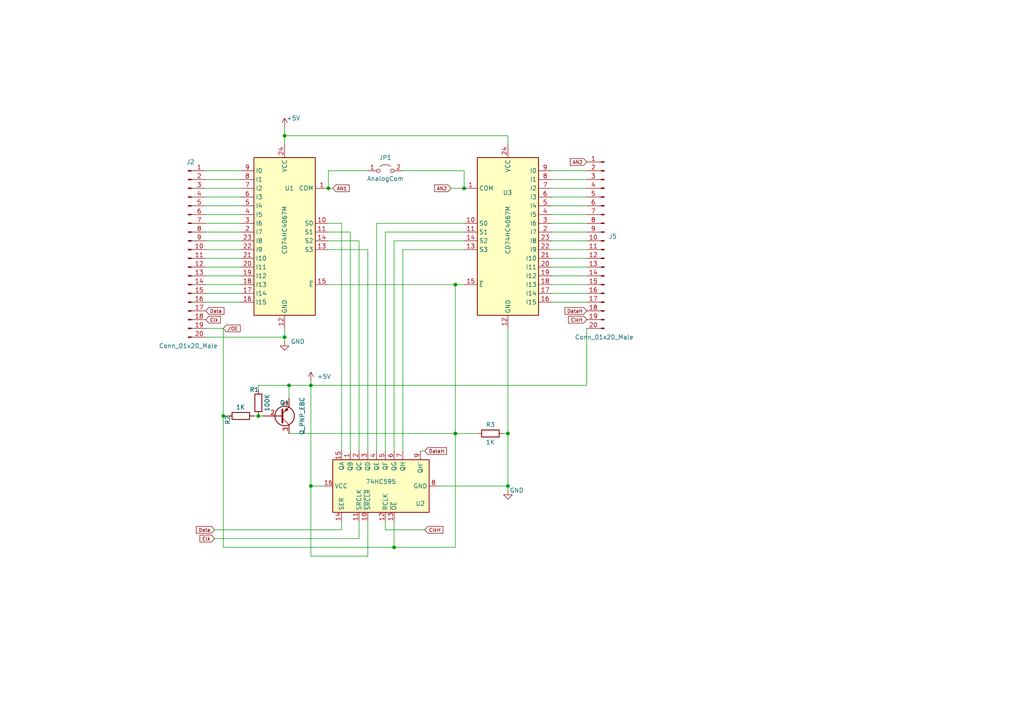
<source format=kicad_sch>
(kicad_sch (version 20211123) (generator eeschema)

  (uuid 2e460d97-12bd-4c76-a312-f8b40188ac58)

  (paper "A4")

  (lib_symbols
    (symbol "74xx:74HC595" (in_bom yes) (on_board yes)
      (property "Reference" "U" (id 0) (at -7.62 13.97 0)
        (effects (font (size 1.27 1.27)))
      )
      (property "Value" "74HC595" (id 1) (at -7.62 -16.51 0)
        (effects (font (size 1.27 1.27)))
      )
      (property "Footprint" "" (id 2) (at 0 0 0)
        (effects (font (size 1.27 1.27)) hide)
      )
      (property "Datasheet" "http://www.ti.com/lit/ds/symlink/sn74hc595.pdf" (id 3) (at 0 0 0)
        (effects (font (size 1.27 1.27)) hide)
      )
      (property "ki_keywords" "HCMOS SR 3State" (id 4) (at 0 0 0)
        (effects (font (size 1.27 1.27)) hide)
      )
      (property "ki_description" "8-bit serial in/out Shift Register 3-State Outputs" (id 5) (at 0 0 0)
        (effects (font (size 1.27 1.27)) hide)
      )
      (property "ki_fp_filters" "DIP*W7.62mm* SOIC*3.9x9.9mm*P1.27mm* TSSOP*4.4x5mm*P0.65mm* SOIC*5.3x10.2mm*P1.27mm* SOIC*7.5x10.3mm*P1.27mm*" (id 6) (at 0 0 0)
        (effects (font (size 1.27 1.27)) hide)
      )
      (symbol "74HC595_1_0"
        (pin tri_state line (at 10.16 7.62 180) (length 2.54)
          (name "QB" (effects (font (size 1.27 1.27))))
          (number "1" (effects (font (size 1.27 1.27))))
        )
        (pin input line (at -10.16 2.54 0) (length 2.54)
          (name "~{SRCLR}" (effects (font (size 1.27 1.27))))
          (number "10" (effects (font (size 1.27 1.27))))
        )
        (pin input line (at -10.16 5.08 0) (length 2.54)
          (name "SRCLK" (effects (font (size 1.27 1.27))))
          (number "11" (effects (font (size 1.27 1.27))))
        )
        (pin input line (at -10.16 -2.54 0) (length 2.54)
          (name "RCLK" (effects (font (size 1.27 1.27))))
          (number "12" (effects (font (size 1.27 1.27))))
        )
        (pin input line (at -10.16 -5.08 0) (length 2.54)
          (name "~{OE}" (effects (font (size 1.27 1.27))))
          (number "13" (effects (font (size 1.27 1.27))))
        )
        (pin input line (at -10.16 10.16 0) (length 2.54)
          (name "SER" (effects (font (size 1.27 1.27))))
          (number "14" (effects (font (size 1.27 1.27))))
        )
        (pin tri_state line (at 10.16 10.16 180) (length 2.54)
          (name "QA" (effects (font (size 1.27 1.27))))
          (number "15" (effects (font (size 1.27 1.27))))
        )
        (pin power_in line (at 0 15.24 270) (length 2.54)
          (name "VCC" (effects (font (size 1.27 1.27))))
          (number "16" (effects (font (size 1.27 1.27))))
        )
        (pin tri_state line (at 10.16 5.08 180) (length 2.54)
          (name "QC" (effects (font (size 1.27 1.27))))
          (number "2" (effects (font (size 1.27 1.27))))
        )
        (pin tri_state line (at 10.16 2.54 180) (length 2.54)
          (name "QD" (effects (font (size 1.27 1.27))))
          (number "3" (effects (font (size 1.27 1.27))))
        )
        (pin tri_state line (at 10.16 0 180) (length 2.54)
          (name "QE" (effects (font (size 1.27 1.27))))
          (number "4" (effects (font (size 1.27 1.27))))
        )
        (pin tri_state line (at 10.16 -2.54 180) (length 2.54)
          (name "QF" (effects (font (size 1.27 1.27))))
          (number "5" (effects (font (size 1.27 1.27))))
        )
        (pin tri_state line (at 10.16 -5.08 180) (length 2.54)
          (name "QG" (effects (font (size 1.27 1.27))))
          (number "6" (effects (font (size 1.27 1.27))))
        )
        (pin tri_state line (at 10.16 -7.62 180) (length 2.54)
          (name "QH" (effects (font (size 1.27 1.27))))
          (number "7" (effects (font (size 1.27 1.27))))
        )
        (pin power_in line (at 0 -17.78 90) (length 2.54)
          (name "GND" (effects (font (size 1.27 1.27))))
          (number "8" (effects (font (size 1.27 1.27))))
        )
        (pin output line (at 10.16 -12.7 180) (length 2.54)
          (name "QH'" (effects (font (size 1.27 1.27))))
          (number "9" (effects (font (size 1.27 1.27))))
        )
      )
      (symbol "74HC595_1_1"
        (rectangle (start -7.62 12.7) (end 7.62 -15.24)
          (stroke (width 0.254) (type default) (color 0 0 0 0))
          (fill (type background))
        )
      )
    )
    (symbol "74xx:CD74HC4067M" (in_bom yes) (on_board yes)
      (property "Reference" "U" (id 0) (at -8.89 22.86 0)
        (effects (font (size 1.27 1.27)) (justify left))
      )
      (property "Value" "CD74HC4067M" (id 1) (at 1.27 22.86 0)
        (effects (font (size 1.27 1.27)) (justify left))
      )
      (property "Footprint" "Package_SO:SOIC-24W_7.5x15.4mm_P1.27mm" (id 2) (at 22.86 -25.4 0)
        (effects (font (size 1.27 1.27) italic) hide)
      )
      (property "Datasheet" "http://www.ti.com/lit/ds/symlink/cd74hc4067.pdf" (id 3) (at -8.89 21.59 0)
        (effects (font (size 1.27 1.27)) hide)
      )
      (property "ki_keywords" "multiplexer demultiplexer mux demux" (id 4) (at 0 0 0)
        (effects (font (size 1.27 1.27)) hide)
      )
      (property "ki_description" "High-Speed CMOS Logic 16-Channel Analog Multiplexer/Demultiplexer, SOIC-24" (id 5) (at 0 0 0)
        (effects (font (size 1.27 1.27)) hide)
      )
      (property "ki_fp_filters" "SOIC*W*7.5x15.4mm*P1.27mm*" (id 6) (at 0 0 0)
        (effects (font (size 1.27 1.27)) hide)
      )
      (symbol "CD74HC4067M_0_1"
        (rectangle (start -8.89 21.59) (end 8.89 -24.13)
          (stroke (width 0.254) (type default) (color 0 0 0 0))
          (fill (type background))
        )
      )
      (symbol "CD74HC4067M_1_1"
        (pin passive line (at -12.7 12.7 0) (length 3.81)
          (name "COM" (effects (font (size 1.27 1.27))))
          (number "1" (effects (font (size 1.27 1.27))))
        )
        (pin input line (at -12.7 2.54 0) (length 3.81)
          (name "S0" (effects (font (size 1.27 1.27))))
          (number "10" (effects (font (size 1.27 1.27))))
        )
        (pin input line (at -12.7 0 0) (length 3.81)
          (name "S1" (effects (font (size 1.27 1.27))))
          (number "11" (effects (font (size 1.27 1.27))))
        )
        (pin power_in line (at 0 -27.94 90) (length 3.81)
          (name "GND" (effects (font (size 1.27 1.27))))
          (number "12" (effects (font (size 1.27 1.27))))
        )
        (pin input line (at -12.7 -5.08 0) (length 3.81)
          (name "S3" (effects (font (size 1.27 1.27))))
          (number "13" (effects (font (size 1.27 1.27))))
        )
        (pin input line (at -12.7 -2.54 0) (length 3.81)
          (name "S2" (effects (font (size 1.27 1.27))))
          (number "14" (effects (font (size 1.27 1.27))))
        )
        (pin input line (at -12.7 -15.24 0) (length 3.81)
          (name "~{E}" (effects (font (size 1.27 1.27))))
          (number "15" (effects (font (size 1.27 1.27))))
        )
        (pin passive line (at 12.7 -20.32 180) (length 3.81)
          (name "I15" (effects (font (size 1.27 1.27))))
          (number "16" (effects (font (size 1.27 1.27))))
        )
        (pin passive line (at 12.7 -17.78 180) (length 3.81)
          (name "I14" (effects (font (size 1.27 1.27))))
          (number "17" (effects (font (size 1.27 1.27))))
        )
        (pin passive line (at 12.7 -15.24 180) (length 3.81)
          (name "I13" (effects (font (size 1.27 1.27))))
          (number "18" (effects (font (size 1.27 1.27))))
        )
        (pin passive line (at 12.7 -12.7 180) (length 3.81)
          (name "I12" (effects (font (size 1.27 1.27))))
          (number "19" (effects (font (size 1.27 1.27))))
        )
        (pin passive line (at 12.7 0 180) (length 3.81)
          (name "I7" (effects (font (size 1.27 1.27))))
          (number "2" (effects (font (size 1.27 1.27))))
        )
        (pin passive line (at 12.7 -10.16 180) (length 3.81)
          (name "I11" (effects (font (size 1.27 1.27))))
          (number "20" (effects (font (size 1.27 1.27))))
        )
        (pin passive line (at 12.7 -7.62 180) (length 3.81)
          (name "I10" (effects (font (size 1.27 1.27))))
          (number "21" (effects (font (size 1.27 1.27))))
        )
        (pin passive line (at 12.7 -5.08 180) (length 3.81)
          (name "I9" (effects (font (size 1.27 1.27))))
          (number "22" (effects (font (size 1.27 1.27))))
        )
        (pin passive line (at 12.7 -2.54 180) (length 3.81)
          (name "I8" (effects (font (size 1.27 1.27))))
          (number "23" (effects (font (size 1.27 1.27))))
        )
        (pin power_in line (at 0 25.4 270) (length 3.81)
          (name "VCC" (effects (font (size 1.27 1.27))))
          (number "24" (effects (font (size 1.27 1.27))))
        )
        (pin passive line (at 12.7 2.54 180) (length 3.81)
          (name "I6" (effects (font (size 1.27 1.27))))
          (number "3" (effects (font (size 1.27 1.27))))
        )
        (pin passive line (at 12.7 5.08 180) (length 3.81)
          (name "I5" (effects (font (size 1.27 1.27))))
          (number "4" (effects (font (size 1.27 1.27))))
        )
        (pin passive line (at 12.7 7.62 180) (length 3.81)
          (name "I4" (effects (font (size 1.27 1.27))))
          (number "5" (effects (font (size 1.27 1.27))))
        )
        (pin passive line (at 12.7 10.16 180) (length 3.81)
          (name "I3" (effects (font (size 1.27 1.27))))
          (number "6" (effects (font (size 1.27 1.27))))
        )
        (pin passive line (at 12.7 12.7 180) (length 3.81)
          (name "I2" (effects (font (size 1.27 1.27))))
          (number "7" (effects (font (size 1.27 1.27))))
        )
        (pin passive line (at 12.7 15.24 180) (length 3.81)
          (name "I1" (effects (font (size 1.27 1.27))))
          (number "8" (effects (font (size 1.27 1.27))))
        )
        (pin passive line (at 12.7 17.78 180) (length 3.81)
          (name "I0" (effects (font (size 1.27 1.27))))
          (number "9" (effects (font (size 1.27 1.27))))
        )
      )
    )
    (symbol "Connector:Conn_01x20_Male" (pin_names (offset 1.016) hide) (in_bom yes) (on_board yes)
      (property "Reference" "J" (id 0) (at 0 25.4 0)
        (effects (font (size 1.27 1.27)))
      )
      (property "Value" "Conn_01x20_Male" (id 1) (at 0 -27.94 0)
        (effects (font (size 1.27 1.27)))
      )
      (property "Footprint" "" (id 2) (at 0 0 0)
        (effects (font (size 1.27 1.27)) hide)
      )
      (property "Datasheet" "~" (id 3) (at 0 0 0)
        (effects (font (size 1.27 1.27)) hide)
      )
      (property "ki_keywords" "connector" (id 4) (at 0 0 0)
        (effects (font (size 1.27 1.27)) hide)
      )
      (property "ki_description" "Generic connector, single row, 01x20, script generated (kicad-library-utils/schlib/autogen/connector/)" (id 5) (at 0 0 0)
        (effects (font (size 1.27 1.27)) hide)
      )
      (property "ki_fp_filters" "Connector*:*_1x??_*" (id 6) (at 0 0 0)
        (effects (font (size 1.27 1.27)) hide)
      )
      (symbol "Conn_01x20_Male_1_1"
        (polyline
          (pts
            (xy 1.27 -25.4)
            (xy 0.8636 -25.4)
          )
          (stroke (width 0.1524) (type default) (color 0 0 0 0))
          (fill (type none))
        )
        (polyline
          (pts
            (xy 1.27 -22.86)
            (xy 0.8636 -22.86)
          )
          (stroke (width 0.1524) (type default) (color 0 0 0 0))
          (fill (type none))
        )
        (polyline
          (pts
            (xy 1.27 -20.32)
            (xy 0.8636 -20.32)
          )
          (stroke (width 0.1524) (type default) (color 0 0 0 0))
          (fill (type none))
        )
        (polyline
          (pts
            (xy 1.27 -17.78)
            (xy 0.8636 -17.78)
          )
          (stroke (width 0.1524) (type default) (color 0 0 0 0))
          (fill (type none))
        )
        (polyline
          (pts
            (xy 1.27 -15.24)
            (xy 0.8636 -15.24)
          )
          (stroke (width 0.1524) (type default) (color 0 0 0 0))
          (fill (type none))
        )
        (polyline
          (pts
            (xy 1.27 -12.7)
            (xy 0.8636 -12.7)
          )
          (stroke (width 0.1524) (type default) (color 0 0 0 0))
          (fill (type none))
        )
        (polyline
          (pts
            (xy 1.27 -10.16)
            (xy 0.8636 -10.16)
          )
          (stroke (width 0.1524) (type default) (color 0 0 0 0))
          (fill (type none))
        )
        (polyline
          (pts
            (xy 1.27 -7.62)
            (xy 0.8636 -7.62)
          )
          (stroke (width 0.1524) (type default) (color 0 0 0 0))
          (fill (type none))
        )
        (polyline
          (pts
            (xy 1.27 -5.08)
            (xy 0.8636 -5.08)
          )
          (stroke (width 0.1524) (type default) (color 0 0 0 0))
          (fill (type none))
        )
        (polyline
          (pts
            (xy 1.27 -2.54)
            (xy 0.8636 -2.54)
          )
          (stroke (width 0.1524) (type default) (color 0 0 0 0))
          (fill (type none))
        )
        (polyline
          (pts
            (xy 1.27 0)
            (xy 0.8636 0)
          )
          (stroke (width 0.1524) (type default) (color 0 0 0 0))
          (fill (type none))
        )
        (polyline
          (pts
            (xy 1.27 2.54)
            (xy 0.8636 2.54)
          )
          (stroke (width 0.1524) (type default) (color 0 0 0 0))
          (fill (type none))
        )
        (polyline
          (pts
            (xy 1.27 5.08)
            (xy 0.8636 5.08)
          )
          (stroke (width 0.1524) (type default) (color 0 0 0 0))
          (fill (type none))
        )
        (polyline
          (pts
            (xy 1.27 7.62)
            (xy 0.8636 7.62)
          )
          (stroke (width 0.1524) (type default) (color 0 0 0 0))
          (fill (type none))
        )
        (polyline
          (pts
            (xy 1.27 10.16)
            (xy 0.8636 10.16)
          )
          (stroke (width 0.1524) (type default) (color 0 0 0 0))
          (fill (type none))
        )
        (polyline
          (pts
            (xy 1.27 12.7)
            (xy 0.8636 12.7)
          )
          (stroke (width 0.1524) (type default) (color 0 0 0 0))
          (fill (type none))
        )
        (polyline
          (pts
            (xy 1.27 15.24)
            (xy 0.8636 15.24)
          )
          (stroke (width 0.1524) (type default) (color 0 0 0 0))
          (fill (type none))
        )
        (polyline
          (pts
            (xy 1.27 17.78)
            (xy 0.8636 17.78)
          )
          (stroke (width 0.1524) (type default) (color 0 0 0 0))
          (fill (type none))
        )
        (polyline
          (pts
            (xy 1.27 20.32)
            (xy 0.8636 20.32)
          )
          (stroke (width 0.1524) (type default) (color 0 0 0 0))
          (fill (type none))
        )
        (polyline
          (pts
            (xy 1.27 22.86)
            (xy 0.8636 22.86)
          )
          (stroke (width 0.1524) (type default) (color 0 0 0 0))
          (fill (type none))
        )
        (rectangle (start 0.8636 -25.273) (end 0 -25.527)
          (stroke (width 0.1524) (type default) (color 0 0 0 0))
          (fill (type outline))
        )
        (rectangle (start 0.8636 -22.733) (end 0 -22.987)
          (stroke (width 0.1524) (type default) (color 0 0 0 0))
          (fill (type outline))
        )
        (rectangle (start 0.8636 -20.193) (end 0 -20.447)
          (stroke (width 0.1524) (type default) (color 0 0 0 0))
          (fill (type outline))
        )
        (rectangle (start 0.8636 -17.653) (end 0 -17.907)
          (stroke (width 0.1524) (type default) (color 0 0 0 0))
          (fill (type outline))
        )
        (rectangle (start 0.8636 -15.113) (end 0 -15.367)
          (stroke (width 0.1524) (type default) (color 0 0 0 0))
          (fill (type outline))
        )
        (rectangle (start 0.8636 -12.573) (end 0 -12.827)
          (stroke (width 0.1524) (type default) (color 0 0 0 0))
          (fill (type outline))
        )
        (rectangle (start 0.8636 -10.033) (end 0 -10.287)
          (stroke (width 0.1524) (type default) (color 0 0 0 0))
          (fill (type outline))
        )
        (rectangle (start 0.8636 -7.493) (end 0 -7.747)
          (stroke (width 0.1524) (type default) (color 0 0 0 0))
          (fill (type outline))
        )
        (rectangle (start 0.8636 -4.953) (end 0 -5.207)
          (stroke (width 0.1524) (type default) (color 0 0 0 0))
          (fill (type outline))
        )
        (rectangle (start 0.8636 -2.413) (end 0 -2.667)
          (stroke (width 0.1524) (type default) (color 0 0 0 0))
          (fill (type outline))
        )
        (rectangle (start 0.8636 0.127) (end 0 -0.127)
          (stroke (width 0.1524) (type default) (color 0 0 0 0))
          (fill (type outline))
        )
        (rectangle (start 0.8636 2.667) (end 0 2.413)
          (stroke (width 0.1524) (type default) (color 0 0 0 0))
          (fill (type outline))
        )
        (rectangle (start 0.8636 5.207) (end 0 4.953)
          (stroke (width 0.1524) (type default) (color 0 0 0 0))
          (fill (type outline))
        )
        (rectangle (start 0.8636 7.747) (end 0 7.493)
          (stroke (width 0.1524) (type default) (color 0 0 0 0))
          (fill (type outline))
        )
        (rectangle (start 0.8636 10.287) (end 0 10.033)
          (stroke (width 0.1524) (type default) (color 0 0 0 0))
          (fill (type outline))
        )
        (rectangle (start 0.8636 12.827) (end 0 12.573)
          (stroke (width 0.1524) (type default) (color 0 0 0 0))
          (fill (type outline))
        )
        (rectangle (start 0.8636 15.367) (end 0 15.113)
          (stroke (width 0.1524) (type default) (color 0 0 0 0))
          (fill (type outline))
        )
        (rectangle (start 0.8636 17.907) (end 0 17.653)
          (stroke (width 0.1524) (type default) (color 0 0 0 0))
          (fill (type outline))
        )
        (rectangle (start 0.8636 20.447) (end 0 20.193)
          (stroke (width 0.1524) (type default) (color 0 0 0 0))
          (fill (type outline))
        )
        (rectangle (start 0.8636 22.987) (end 0 22.733)
          (stroke (width 0.1524) (type default) (color 0 0 0 0))
          (fill (type outline))
        )
        (pin passive line (at 5.08 22.86 180) (length 3.81)
          (name "Pin_1" (effects (font (size 1.27 1.27))))
          (number "1" (effects (font (size 1.27 1.27))))
        )
        (pin passive line (at 5.08 0 180) (length 3.81)
          (name "Pin_10" (effects (font (size 1.27 1.27))))
          (number "10" (effects (font (size 1.27 1.27))))
        )
        (pin passive line (at 5.08 -2.54 180) (length 3.81)
          (name "Pin_11" (effects (font (size 1.27 1.27))))
          (number "11" (effects (font (size 1.27 1.27))))
        )
        (pin passive line (at 5.08 -5.08 180) (length 3.81)
          (name "Pin_12" (effects (font (size 1.27 1.27))))
          (number "12" (effects (font (size 1.27 1.27))))
        )
        (pin passive line (at 5.08 -7.62 180) (length 3.81)
          (name "Pin_13" (effects (font (size 1.27 1.27))))
          (number "13" (effects (font (size 1.27 1.27))))
        )
        (pin passive line (at 5.08 -10.16 180) (length 3.81)
          (name "Pin_14" (effects (font (size 1.27 1.27))))
          (number "14" (effects (font (size 1.27 1.27))))
        )
        (pin passive line (at 5.08 -12.7 180) (length 3.81)
          (name "Pin_15" (effects (font (size 1.27 1.27))))
          (number "15" (effects (font (size 1.27 1.27))))
        )
        (pin passive line (at 5.08 -15.24 180) (length 3.81)
          (name "Pin_16" (effects (font (size 1.27 1.27))))
          (number "16" (effects (font (size 1.27 1.27))))
        )
        (pin passive line (at 5.08 -17.78 180) (length 3.81)
          (name "Pin_17" (effects (font (size 1.27 1.27))))
          (number "17" (effects (font (size 1.27 1.27))))
        )
        (pin passive line (at 5.08 -20.32 180) (length 3.81)
          (name "Pin_18" (effects (font (size 1.27 1.27))))
          (number "18" (effects (font (size 1.27 1.27))))
        )
        (pin passive line (at 5.08 -22.86 180) (length 3.81)
          (name "Pin_19" (effects (font (size 1.27 1.27))))
          (number "19" (effects (font (size 1.27 1.27))))
        )
        (pin passive line (at 5.08 20.32 180) (length 3.81)
          (name "Pin_2" (effects (font (size 1.27 1.27))))
          (number "2" (effects (font (size 1.27 1.27))))
        )
        (pin passive line (at 5.08 -25.4 180) (length 3.81)
          (name "Pin_20" (effects (font (size 1.27 1.27))))
          (number "20" (effects (font (size 1.27 1.27))))
        )
        (pin passive line (at 5.08 17.78 180) (length 3.81)
          (name "Pin_3" (effects (font (size 1.27 1.27))))
          (number "3" (effects (font (size 1.27 1.27))))
        )
        (pin passive line (at 5.08 15.24 180) (length 3.81)
          (name "Pin_4" (effects (font (size 1.27 1.27))))
          (number "4" (effects (font (size 1.27 1.27))))
        )
        (pin passive line (at 5.08 12.7 180) (length 3.81)
          (name "Pin_5" (effects (font (size 1.27 1.27))))
          (number "5" (effects (font (size 1.27 1.27))))
        )
        (pin passive line (at 5.08 10.16 180) (length 3.81)
          (name "Pin_6" (effects (font (size 1.27 1.27))))
          (number "6" (effects (font (size 1.27 1.27))))
        )
        (pin passive line (at 5.08 7.62 180) (length 3.81)
          (name "Pin_7" (effects (font (size 1.27 1.27))))
          (number "7" (effects (font (size 1.27 1.27))))
        )
        (pin passive line (at 5.08 5.08 180) (length 3.81)
          (name "Pin_8" (effects (font (size 1.27 1.27))))
          (number "8" (effects (font (size 1.27 1.27))))
        )
        (pin passive line (at 5.08 2.54 180) (length 3.81)
          (name "Pin_9" (effects (font (size 1.27 1.27))))
          (number "9" (effects (font (size 1.27 1.27))))
        )
      )
    )
    (symbol "Device:Q_PNP_EBC" (pin_names (offset 0) hide) (in_bom yes) (on_board yes)
      (property "Reference" "Q" (id 0) (at 5.08 1.27 0)
        (effects (font (size 1.27 1.27)) (justify left))
      )
      (property "Value" "Q_PNP_EBC" (id 1) (at 5.08 -1.27 0)
        (effects (font (size 1.27 1.27)) (justify left))
      )
      (property "Footprint" "" (id 2) (at 5.08 2.54 0)
        (effects (font (size 1.27 1.27)) hide)
      )
      (property "Datasheet" "~" (id 3) (at 0 0 0)
        (effects (font (size 1.27 1.27)) hide)
      )
      (property "ki_keywords" "transistor PNP" (id 4) (at 0 0 0)
        (effects (font (size 1.27 1.27)) hide)
      )
      (property "ki_description" "PNP transistor, emitter/base/collector" (id 5) (at 0 0 0)
        (effects (font (size 1.27 1.27)) hide)
      )
      (symbol "Q_PNP_EBC_0_1"
        (polyline
          (pts
            (xy 0.635 0.635)
            (xy 2.54 2.54)
          )
          (stroke (width 0) (type default) (color 0 0 0 0))
          (fill (type none))
        )
        (polyline
          (pts
            (xy 0.635 -0.635)
            (xy 2.54 -2.54)
            (xy 2.54 -2.54)
          )
          (stroke (width 0) (type default) (color 0 0 0 0))
          (fill (type none))
        )
        (polyline
          (pts
            (xy 0.635 1.905)
            (xy 0.635 -1.905)
            (xy 0.635 -1.905)
          )
          (stroke (width 0.508) (type default) (color 0 0 0 0))
          (fill (type none))
        )
        (polyline
          (pts
            (xy 2.286 -1.778)
            (xy 1.778 -2.286)
            (xy 1.27 -1.27)
            (xy 2.286 -1.778)
            (xy 2.286 -1.778)
          )
          (stroke (width 0) (type default) (color 0 0 0 0))
          (fill (type outline))
        )
        (circle (center 1.27 0) (radius 2.8194)
          (stroke (width 0.254) (type default) (color 0 0 0 0))
          (fill (type none))
        )
      )
      (symbol "Q_PNP_EBC_1_1"
        (pin passive line (at 2.54 -5.08 90) (length 2.54)
          (name "E" (effects (font (size 1.27 1.27))))
          (number "1" (effects (font (size 1.27 1.27))))
        )
        (pin input line (at -5.08 0 0) (length 5.715)
          (name "B" (effects (font (size 1.27 1.27))))
          (number "2" (effects (font (size 1.27 1.27))))
        )
        (pin passive line (at 2.54 5.08 270) (length 2.54)
          (name "C" (effects (font (size 1.27 1.27))))
          (number "3" (effects (font (size 1.27 1.27))))
        )
      )
    )
    (symbol "Device:R" (pin_numbers hide) (pin_names (offset 0)) (in_bom yes) (on_board yes)
      (property "Reference" "R" (id 0) (at 2.032 0 90)
        (effects (font (size 1.27 1.27)))
      )
      (property "Value" "R" (id 1) (at 0 0 90)
        (effects (font (size 1.27 1.27)))
      )
      (property "Footprint" "" (id 2) (at -1.778 0 90)
        (effects (font (size 1.27 1.27)) hide)
      )
      (property "Datasheet" "~" (id 3) (at 0 0 0)
        (effects (font (size 1.27 1.27)) hide)
      )
      (property "ki_keywords" "R res resistor" (id 4) (at 0 0 0)
        (effects (font (size 1.27 1.27)) hide)
      )
      (property "ki_description" "Resistor" (id 5) (at 0 0 0)
        (effects (font (size 1.27 1.27)) hide)
      )
      (property "ki_fp_filters" "R_*" (id 6) (at 0 0 0)
        (effects (font (size 1.27 1.27)) hide)
      )
      (symbol "R_0_1"
        (rectangle (start -1.016 -2.54) (end 1.016 2.54)
          (stroke (width 0.254) (type default) (color 0 0 0 0))
          (fill (type none))
        )
      )
      (symbol "R_1_1"
        (pin passive line (at 0 3.81 270) (length 1.27)
          (name "~" (effects (font (size 1.27 1.27))))
          (number "1" (effects (font (size 1.27 1.27))))
        )
        (pin passive line (at 0 -3.81 90) (length 1.27)
          (name "~" (effects (font (size 1.27 1.27))))
          (number "2" (effects (font (size 1.27 1.27))))
        )
      )
    )
    (symbol "Jumper:Jumper_2_Open" (pin_names (offset 0) hide) (in_bom yes) (on_board yes)
      (property "Reference" "JP" (id 0) (at 0 2.794 0)
        (effects (font (size 1.27 1.27)))
      )
      (property "Value" "Jumper_2_Open" (id 1) (at 0 -2.286 0)
        (effects (font (size 1.27 1.27)))
      )
      (property "Footprint" "" (id 2) (at 0 0 0)
        (effects (font (size 1.27 1.27)) hide)
      )
      (property "Datasheet" "~" (id 3) (at 0 0 0)
        (effects (font (size 1.27 1.27)) hide)
      )
      (property "ki_keywords" "Jumper SPST" (id 4) (at 0 0 0)
        (effects (font (size 1.27 1.27)) hide)
      )
      (property "ki_description" "Jumper, 2-pole, open" (id 5) (at 0 0 0)
        (effects (font (size 1.27 1.27)) hide)
      )
      (property "ki_fp_filters" "Jumper* TestPoint*2Pads* TestPoint*Bridge*" (id 6) (at 0 0 0)
        (effects (font (size 1.27 1.27)) hide)
      )
      (symbol "Jumper_2_Open_0_0"
        (circle (center -2.032 0) (radius 0.508)
          (stroke (width 0) (type default) (color 0 0 0 0))
          (fill (type none))
        )
        (circle (center 2.032 0) (radius 0.508)
          (stroke (width 0) (type default) (color 0 0 0 0))
          (fill (type none))
        )
      )
      (symbol "Jumper_2_Open_0_1"
        (arc (start 1.524 1.27) (mid 0 1.778) (end -1.524 1.27)
          (stroke (width 0) (type default) (color 0 0 0 0))
          (fill (type none))
        )
      )
      (symbol "Jumper_2_Open_1_1"
        (pin passive line (at -5.08 0 0) (length 2.54)
          (name "A" (effects (font (size 1.27 1.27))))
          (number "1" (effects (font (size 1.27 1.27))))
        )
        (pin passive line (at 5.08 0 180) (length 2.54)
          (name "B" (effects (font (size 1.27 1.27))))
          (number "2" (effects (font (size 1.27 1.27))))
        )
      )
    )
    (symbol "power:+5V" (power) (pin_names (offset 0)) (in_bom yes) (on_board yes)
      (property "Reference" "#PWR" (id 0) (at 0 -3.81 0)
        (effects (font (size 1.27 1.27)) hide)
      )
      (property "Value" "+5V" (id 1) (at 0 3.556 0)
        (effects (font (size 1.27 1.27)))
      )
      (property "Footprint" "" (id 2) (at 0 0 0)
        (effects (font (size 1.27 1.27)) hide)
      )
      (property "Datasheet" "" (id 3) (at 0 0 0)
        (effects (font (size 1.27 1.27)) hide)
      )
      (property "ki_keywords" "global power" (id 4) (at 0 0 0)
        (effects (font (size 1.27 1.27)) hide)
      )
      (property "ki_description" "Power symbol creates a global label with name \"+5V\"" (id 5) (at 0 0 0)
        (effects (font (size 1.27 1.27)) hide)
      )
      (symbol "+5V_0_1"
        (polyline
          (pts
            (xy -0.762 1.27)
            (xy 0 2.54)
          )
          (stroke (width 0) (type default) (color 0 0 0 0))
          (fill (type none))
        )
        (polyline
          (pts
            (xy 0 0)
            (xy 0 2.54)
          )
          (stroke (width 0) (type default) (color 0 0 0 0))
          (fill (type none))
        )
        (polyline
          (pts
            (xy 0 2.54)
            (xy 0.762 1.27)
          )
          (stroke (width 0) (type default) (color 0 0 0 0))
          (fill (type none))
        )
      )
      (symbol "+5V_1_1"
        (pin power_in line (at 0 0 90) (length 0) hide
          (name "+5V" (effects (font (size 1.27 1.27))))
          (number "1" (effects (font (size 1.27 1.27))))
        )
      )
    )
    (symbol "power:GND" (power) (pin_names (offset 0)) (in_bom yes) (on_board yes)
      (property "Reference" "#PWR" (id 0) (at 0 -6.35 0)
        (effects (font (size 1.27 1.27)) hide)
      )
      (property "Value" "GND" (id 1) (at 0 -3.81 0)
        (effects (font (size 1.27 1.27)))
      )
      (property "Footprint" "" (id 2) (at 0 0 0)
        (effects (font (size 1.27 1.27)) hide)
      )
      (property "Datasheet" "" (id 3) (at 0 0 0)
        (effects (font (size 1.27 1.27)) hide)
      )
      (property "ki_keywords" "global power" (id 4) (at 0 0 0)
        (effects (font (size 1.27 1.27)) hide)
      )
      (property "ki_description" "Power symbol creates a global label with name \"GND\" , ground" (id 5) (at 0 0 0)
        (effects (font (size 1.27 1.27)) hide)
      )
      (symbol "GND_0_1"
        (polyline
          (pts
            (xy 0 0)
            (xy 0 -1.27)
            (xy 1.27 -1.27)
            (xy 0 -2.54)
            (xy -1.27 -1.27)
            (xy 0 -1.27)
          )
          (stroke (width 0) (type default) (color 0 0 0 0))
          (fill (type none))
        )
      )
      (symbol "GND_1_1"
        (pin power_in line (at 0 0 270) (length 0) hide
          (name "GND" (effects (font (size 1.27 1.27))))
          (number "1" (effects (font (size 1.27 1.27))))
        )
      )
    )
  )

  (junction (at 82.55 97.79) (diameter 0) (color 0 0 0 0)
    (uuid 07a80c31-6924-4722-af8f-9223a3f4c3c5)
  )
  (junction (at 132.08 82.55) (diameter 0) (color 0 0 0 0)
    (uuid 20bd385c-96e2-458b-a5c2-0586463ef9fa)
  )
  (junction (at 90.17 140.97) (diameter 0) (color 0 0 0 0)
    (uuid 34ae33b0-6f56-4321-ad1f-e7a4c9fa51cf)
  )
  (junction (at 147.32 140.97) (diameter 0) (color 0 0 0 0)
    (uuid 4a3cdb5c-656c-4ce3-9e03-9dc1f53bd7e7)
  )
  (junction (at 132.08 125.73) (diameter 0) (color 0 0 0 0)
    (uuid 4f08c649-3f04-45c0-9af3-b3befc5e904e)
  )
  (junction (at 134.62 54.61) (diameter 0) (color 0 0 0 0)
    (uuid 52558e36-898f-41a9-b163-af462eb1fb37)
  )
  (junction (at 114.3 158.75) (diameter 0) (color 0 0 0 0)
    (uuid 5bff3205-b6b8-4243-8b58-274dfbe359d3)
  )
  (junction (at 82.55 39.37) (diameter 0) (color 0 0 0 0)
    (uuid 5da61dcb-8621-44ed-bac8-032c8d9c7efc)
  )
  (junction (at 83.82 111.76) (diameter 0) (color 0 0 0 0)
    (uuid 73e774b7-ab13-4bd3-8630-5d93f7e2afe0)
  )
  (junction (at 90.17 111.76) (diameter 0) (color 0 0 0 0)
    (uuid 8df45814-f0bc-4541-83d1-6c4989177719)
  )
  (junction (at 95.25 54.61) (diameter 0) (color 0 0 0 0)
    (uuid a5020fe0-fb55-4f69-880e-dd61e26d68f3)
  )
  (junction (at 74.93 120.65) (diameter 0) (color 0 0 0 0)
    (uuid af8648cc-2a7c-4ee9-82c7-d2aedd5f7b49)
  )
  (junction (at 64.77 120.65) (diameter 0) (color 0 0 0 0)
    (uuid cd59055a-5ee1-4743-b947-a04401b5a319)
  )
  (junction (at 147.32 125.73) (diameter 0) (color 0 0 0 0)
    (uuid cf8c39dc-397a-4de1-b565-3c4ac9f5e82f)
  )

  (wire (pts (xy 170.18 72.39) (xy 160.02 72.39))
    (stroke (width 0) (type default) (color 0 0 0 0))
    (uuid 0279784c-1bb8-41cd-9975-87f698b652ec)
  )
  (wire (pts (xy 170.18 54.61) (xy 160.02 54.61))
    (stroke (width 0) (type default) (color 0 0 0 0))
    (uuid 050a82d9-09f5-46f3-bae6-81900f477bd3)
  )
  (wire (pts (xy 134.62 49.53) (xy 116.84 49.53))
    (stroke (width 0) (type default) (color 0 0 0 0))
    (uuid 0972d1c4-a320-42bc-94e2-dcff32b2da89)
  )
  (wire (pts (xy 111.76 130.81) (xy 111.76 67.31))
    (stroke (width 0) (type default) (color 0 0 0 0))
    (uuid 0a981927-33bb-46b3-abfc-9aaec5438ab7)
  )
  (wire (pts (xy 170.18 62.23) (xy 160.02 62.23))
    (stroke (width 0) (type default) (color 0 0 0 0))
    (uuid 0ab5925f-f93f-43df-9a76-a00c77358e35)
  )
  (wire (pts (xy 170.18 49.53) (xy 160.02 49.53))
    (stroke (width 0) (type default) (color 0 0 0 0))
    (uuid 0d9c352d-a52d-4063-a29f-bbf4ce9de9ed)
  )
  (wire (pts (xy 59.69 97.79) (xy 82.55 97.79))
    (stroke (width 0) (type default) (color 0 0 0 0))
    (uuid 0f4ae9ed-cf1a-4459-8361-4eb1a7e2a4fe)
  )
  (wire (pts (xy 106.68 151.13) (xy 106.68 161.29))
    (stroke (width 0) (type default) (color 0 0 0 0))
    (uuid 0f72daba-f32d-44f3-bd1f-d5eb05851a9a)
  )
  (wire (pts (xy 59.69 87.63) (xy 69.85 87.63))
    (stroke (width 0) (type default) (color 0 0 0 0))
    (uuid 1185f40b-515f-4006-8288-583e6483cd98)
  )
  (wire (pts (xy 147.32 140.97) (xy 147.32 142.24))
    (stroke (width 0) (type default) (color 0 0 0 0))
    (uuid 1274c33e-1ab9-49e6-8113-3b68aeee6179)
  )
  (wire (pts (xy 64.77 120.65) (xy 64.77 158.75))
    (stroke (width 0) (type default) (color 0 0 0 0))
    (uuid 19f621d5-b361-41e2-8222-7310624887cd)
  )
  (wire (pts (xy 59.69 62.23) (xy 69.85 62.23))
    (stroke (width 0) (type default) (color 0 0 0 0))
    (uuid 1b423a11-bfb2-4472-b29a-f73381a03808)
  )
  (wire (pts (xy 59.69 49.53) (xy 69.85 49.53))
    (stroke (width 0) (type default) (color 0 0 0 0))
    (uuid 24f06e95-8720-4eb9-88b5-b62237256789)
  )
  (wire (pts (xy 95.25 72.39) (xy 106.68 72.39))
    (stroke (width 0) (type default) (color 0 0 0 0))
    (uuid 251a4b91-f2d2-42cb-acb4-69e8c7af5932)
  )
  (wire (pts (xy 134.62 64.77) (xy 109.22 64.77))
    (stroke (width 0) (type default) (color 0 0 0 0))
    (uuid 25fcf14c-1710-4f73-a2a5-2f18a0f2c527)
  )
  (wire (pts (xy 111.76 67.31) (xy 134.62 67.31))
    (stroke (width 0) (type default) (color 0 0 0 0))
    (uuid 2bf80020-3db2-4d28-bcdd-a1cf4d2c8ce3)
  )
  (wire (pts (xy 90.17 111.76) (xy 90.17 140.97))
    (stroke (width 0) (type default) (color 0 0 0 0))
    (uuid 2c1cf59b-9a03-4617-b435-cd52b0c71944)
  )
  (wire (pts (xy 90.17 140.97) (xy 90.17 161.29))
    (stroke (width 0) (type default) (color 0 0 0 0))
    (uuid 2ea4f407-e553-4cdb-9a22-14fae57838e8)
  )
  (wire (pts (xy 95.25 49.53) (xy 106.68 49.53))
    (stroke (width 0) (type default) (color 0 0 0 0))
    (uuid 312d8cf4-f98e-422c-a051-c685ae771532)
  )
  (wire (pts (xy 170.18 59.69) (xy 160.02 59.69))
    (stroke (width 0) (type default) (color 0 0 0 0))
    (uuid 361916ef-d801-4413-8f3d-e0a77e0e881c)
  )
  (wire (pts (xy 82.55 36.83) (xy 82.55 39.37))
    (stroke (width 0) (type default) (color 0 0 0 0))
    (uuid 38538212-c0fc-4e94-b448-76d293f8c9c3)
  )
  (wire (pts (xy 59.69 59.69) (xy 69.85 59.69))
    (stroke (width 0) (type default) (color 0 0 0 0))
    (uuid 39711e52-ceb1-4461-9f80-633d84a81d98)
  )
  (wire (pts (xy 66.04 120.65) (xy 64.77 120.65))
    (stroke (width 0) (type default) (color 0 0 0 0))
    (uuid 39d46322-3f43-4c9a-923e-16532aa6828b)
  )
  (wire (pts (xy 132.08 125.73) (xy 138.43 125.73))
    (stroke (width 0) (type default) (color 0 0 0 0))
    (uuid 3cbb11df-5f52-401d-9f04-3f1427fa54a5)
  )
  (wire (pts (xy 83.82 125.73) (xy 132.08 125.73))
    (stroke (width 0) (type default) (color 0 0 0 0))
    (uuid 400de44e-35df-4f93-ab35-f318526ebf39)
  )
  (wire (pts (xy 95.25 54.61) (xy 96.52 54.61))
    (stroke (width 0) (type default) (color 0 0 0 0))
    (uuid 41bb3a5f-1f16-48cd-b605-22cdebae6f5e)
  )
  (wire (pts (xy 170.18 87.63) (xy 160.02 87.63))
    (stroke (width 0) (type default) (color 0 0 0 0))
    (uuid 435e275c-88e4-41d1-8fd2-4cb19dfbdbcc)
  )
  (wire (pts (xy 147.32 39.37) (xy 147.32 41.91))
    (stroke (width 0) (type default) (color 0 0 0 0))
    (uuid 4696740e-52a9-430f-9961-6f4bf29d1d5c)
  )
  (wire (pts (xy 74.93 120.65) (xy 76.2 120.65))
    (stroke (width 0) (type default) (color 0 0 0 0))
    (uuid 4aff3b58-d78b-4e61-8302-8877e7269334)
  )
  (wire (pts (xy 170.18 52.07) (xy 160.02 52.07))
    (stroke (width 0) (type default) (color 0 0 0 0))
    (uuid 4bf44cc7-a610-4d4b-ae59-7fe4de08f8c5)
  )
  (wire (pts (xy 147.32 140.97) (xy 147.32 125.73))
    (stroke (width 0) (type default) (color 0 0 0 0))
    (uuid 512b0c42-626f-4947-8a36-ed67b84e2f64)
  )
  (wire (pts (xy 59.69 57.15) (xy 69.85 57.15))
    (stroke (width 0) (type default) (color 0 0 0 0))
    (uuid 5648601a-ad0d-4a0a-bde6-9f8a8e598de0)
  )
  (wire (pts (xy 59.69 85.09) (xy 69.85 85.09))
    (stroke (width 0) (type default) (color 0 0 0 0))
    (uuid 57f76a71-8640-4277-9f1b-5caa648e7e52)
  )
  (wire (pts (xy 104.14 156.21) (xy 104.14 151.13))
    (stroke (width 0) (type default) (color 0 0 0 0))
    (uuid 59f5e35c-55b0-4f97-87e6-d38ffdfdc0a4)
  )
  (wire (pts (xy 82.55 39.37) (xy 147.32 39.37))
    (stroke (width 0) (type default) (color 0 0 0 0))
    (uuid 59fb44a7-ee09-4c45-8c44-030215b0ee09)
  )
  (wire (pts (xy 114.3 69.85) (xy 134.62 69.85))
    (stroke (width 0) (type default) (color 0 0 0 0))
    (uuid 5a41c69d-4bcb-4a87-93a2-7d39afc1a7ad)
  )
  (wire (pts (xy 170.18 57.15) (xy 160.02 57.15))
    (stroke (width 0) (type default) (color 0 0 0 0))
    (uuid 5c2453ef-0944-4844-acdf-34d399da0971)
  )
  (wire (pts (xy 62.23 153.67) (xy 99.06 153.67))
    (stroke (width 0) (type default) (color 0 0 0 0))
    (uuid 5dfd968d-122c-4360-93bb-f94bf4e6a85f)
  )
  (wire (pts (xy 104.14 69.85) (xy 104.14 130.81))
    (stroke (width 0) (type default) (color 0 0 0 0))
    (uuid 608de768-5e97-4a5d-839b-212ca2ab4def)
  )
  (wire (pts (xy 90.17 111.76) (xy 83.82 111.76))
    (stroke (width 0) (type default) (color 0 0 0 0))
    (uuid 61538d32-cc7d-4a20-982a-2cf5bfaefa7c)
  )
  (wire (pts (xy 59.69 54.61) (xy 69.85 54.61))
    (stroke (width 0) (type default) (color 0 0 0 0))
    (uuid 65e153b1-afc8-4da8-909d-a6f5575059e4)
  )
  (wire (pts (xy 114.3 130.81) (xy 114.3 69.85))
    (stroke (width 0) (type default) (color 0 0 0 0))
    (uuid 665fe50b-3602-4768-99b2-20f830fd77a2)
  )
  (wire (pts (xy 64.77 95.25) (xy 64.77 120.65))
    (stroke (width 0) (type default) (color 0 0 0 0))
    (uuid 68ad2b02-ca4d-48b9-976c-fde616e99bf7)
  )
  (wire (pts (xy 90.17 140.97) (xy 93.98 140.97))
    (stroke (width 0) (type default) (color 0 0 0 0))
    (uuid 6de6326b-e77f-4807-b148-1adb49a3204b)
  )
  (wire (pts (xy 114.3 151.13) (xy 114.3 158.75))
    (stroke (width 0) (type default) (color 0 0 0 0))
    (uuid 755c1b6a-4a60-4316-b75f-36417333cf4a)
  )
  (wire (pts (xy 90.17 110.49) (xy 90.17 111.76))
    (stroke (width 0) (type default) (color 0 0 0 0))
    (uuid 797be2e5-b49e-4c9b-bc35-368e5004ea14)
  )
  (wire (pts (xy 116.84 72.39) (xy 134.62 72.39))
    (stroke (width 0) (type default) (color 0 0 0 0))
    (uuid 7b82f53a-e7fe-40c8-998f-4a513601e258)
  )
  (wire (pts (xy 74.93 111.76) (xy 83.82 111.76))
    (stroke (width 0) (type default) (color 0 0 0 0))
    (uuid 7c5a5089-830a-44a3-871e-01a74ecc1941)
  )
  (wire (pts (xy 111.76 151.13) (xy 111.76 153.67))
    (stroke (width 0) (type default) (color 0 0 0 0))
    (uuid 7cbc23ce-620f-4483-858b-5fbf8dfd7dbb)
  )
  (wire (pts (xy 59.69 52.07) (xy 69.85 52.07))
    (stroke (width 0) (type default) (color 0 0 0 0))
    (uuid 8284216e-f7dc-4a60-a3b1-314042391a11)
  )
  (wire (pts (xy 59.69 74.93) (xy 69.85 74.93))
    (stroke (width 0) (type default) (color 0 0 0 0))
    (uuid 85fc00d1-abef-4e12-9ff1-40ada4b6c93e)
  )
  (wire (pts (xy 170.18 82.55) (xy 160.02 82.55))
    (stroke (width 0) (type default) (color 0 0 0 0))
    (uuid 8836939f-a6fb-4d66-8f1e-068c95441699)
  )
  (wire (pts (xy 64.77 158.75) (xy 114.3 158.75))
    (stroke (width 0) (type default) (color 0 0 0 0))
    (uuid 8958bbbd-b6f2-4813-b3cf-9b0d0449e730)
  )
  (wire (pts (xy 114.3 158.75) (xy 132.08 158.75))
    (stroke (width 0) (type default) (color 0 0 0 0))
    (uuid 8a1ae2ce-cd0d-4bd2-9e57-e788c04d419d)
  )
  (wire (pts (xy 95.25 64.77) (xy 99.06 64.77))
    (stroke (width 0) (type default) (color 0 0 0 0))
    (uuid 9539eb40-11fb-41a0-8180-6d7034d75245)
  )
  (wire (pts (xy 82.55 97.79) (xy 82.55 95.25))
    (stroke (width 0) (type default) (color 0 0 0 0))
    (uuid 962f17e2-5756-47e0-91d4-c65a707fdf75)
  )
  (wire (pts (xy 62.23 156.21) (xy 104.14 156.21))
    (stroke (width 0) (type default) (color 0 0 0 0))
    (uuid a052d910-5eb2-4fc7-aff5-6728d196ece3)
  )
  (wire (pts (xy 59.69 82.55) (xy 69.85 82.55))
    (stroke (width 0) (type default) (color 0 0 0 0))
    (uuid a1144621-0c75-4620-a0dc-a005d8194030)
  )
  (wire (pts (xy 59.69 77.47) (xy 69.85 77.47))
    (stroke (width 0) (type default) (color 0 0 0 0))
    (uuid a1b0f7ec-62d9-4a34-a7d5-3870f66cf32d)
  )
  (wire (pts (xy 59.69 72.39) (xy 69.85 72.39))
    (stroke (width 0) (type default) (color 0 0 0 0))
    (uuid a1b65a3a-3e0d-4930-a109-bb3994c77d3b)
  )
  (wire (pts (xy 59.69 69.85) (xy 69.85 69.85))
    (stroke (width 0) (type default) (color 0 0 0 0))
    (uuid a25f975f-529b-4b79-acf9-1068fe22a96e)
  )
  (wire (pts (xy 95.25 82.55) (xy 132.08 82.55))
    (stroke (width 0) (type default) (color 0 0 0 0))
    (uuid a735f320-5155-4b62-9921-51e70ab5ca54)
  )
  (wire (pts (xy 170.18 74.93) (xy 160.02 74.93))
    (stroke (width 0) (type default) (color 0 0 0 0))
    (uuid a7d85048-3329-4b22-afc4-667ac294c0bf)
  )
  (wire (pts (xy 59.69 64.77) (xy 69.85 64.77))
    (stroke (width 0) (type default) (color 0 0 0 0))
    (uuid acbcdc7c-a2e5-41cc-90b8-0fe2e084db90)
  )
  (wire (pts (xy 132.08 82.55) (xy 134.62 82.55))
    (stroke (width 0) (type default) (color 0 0 0 0))
    (uuid b0c62f42-9d82-44d8-b7c4-3c37e88061ad)
  )
  (wire (pts (xy 106.68 72.39) (xy 106.68 130.81))
    (stroke (width 0) (type default) (color 0 0 0 0))
    (uuid b3213479-c43f-4303-a5f7-6b871bef3490)
  )
  (wire (pts (xy 95.25 54.61) (xy 95.25 49.53))
    (stroke (width 0) (type default) (color 0 0 0 0))
    (uuid b629e40e-781f-41e6-980e-3b259a04eec3)
  )
  (wire (pts (xy 170.18 80.01) (xy 160.02 80.01))
    (stroke (width 0) (type default) (color 0 0 0 0))
    (uuid b6d5b429-b489-4722-93ae-ae2421165b19)
  )
  (wire (pts (xy 111.76 153.67) (xy 123.19 153.67))
    (stroke (width 0) (type default) (color 0 0 0 0))
    (uuid b7cb7691-a10b-42f4-b46f-d3e5f359af42)
  )
  (wire (pts (xy 116.84 130.81) (xy 116.84 72.39))
    (stroke (width 0) (type default) (color 0 0 0 0))
    (uuid bbde92d3-f2b1-4282-9263-f56d76c34b04)
  )
  (wire (pts (xy 121.92 130.81) (xy 123.19 130.81))
    (stroke (width 0) (type default) (color 0 0 0 0))
    (uuid beecf0c2-07ac-43a1-b7ab-06764d1e9fa2)
  )
  (wire (pts (xy 101.6 67.31) (xy 101.6 130.81))
    (stroke (width 0) (type default) (color 0 0 0 0))
    (uuid c49f24fc-a253-4283-bdf9-3af591889169)
  )
  (wire (pts (xy 82.55 41.91) (xy 82.55 39.37))
    (stroke (width 0) (type default) (color 0 0 0 0))
    (uuid c5002cdc-5b3d-4ced-90de-8b01fc041e62)
  )
  (wire (pts (xy 83.82 111.76) (xy 83.82 115.57))
    (stroke (width 0) (type default) (color 0 0 0 0))
    (uuid c635c8ed-5ec5-4da1-8cee-9d81c180f10c)
  )
  (wire (pts (xy 90.17 111.76) (xy 170.18 111.76))
    (stroke (width 0) (type default) (color 0 0 0 0))
    (uuid c6d7e96c-39eb-4388-809d-c66f856d9df7)
  )
  (wire (pts (xy 74.93 113.03) (xy 74.93 111.76))
    (stroke (width 0) (type default) (color 0 0 0 0))
    (uuid c811c2d7-90e1-4b81-b494-0a9c01a31fdf)
  )
  (wire (pts (xy 95.25 69.85) (xy 104.14 69.85))
    (stroke (width 0) (type default) (color 0 0 0 0))
    (uuid c9369598-a5a3-4cba-bfb6-162c02ceb365)
  )
  (wire (pts (xy 147.32 95.25) (xy 147.32 125.73))
    (stroke (width 0) (type default) (color 0 0 0 0))
    (uuid c986a368-5b5f-430f-b76e-1e509ed780d4)
  )
  (wire (pts (xy 170.18 111.76) (xy 170.18 95.25))
    (stroke (width 0) (type default) (color 0 0 0 0))
    (uuid cea28618-7393-400e-aa05-561d308091eb)
  )
  (wire (pts (xy 99.06 151.13) (xy 99.06 153.67))
    (stroke (width 0) (type default) (color 0 0 0 0))
    (uuid cec7c64e-c8e4-42e8-86ed-5eb58cd38de3)
  )
  (wire (pts (xy 90.17 161.29) (xy 106.68 161.29))
    (stroke (width 0) (type default) (color 0 0 0 0))
    (uuid d1db247f-2bd6-4d21-9f68-da5d9d653808)
  )
  (wire (pts (xy 132.08 82.55) (xy 132.08 125.73))
    (stroke (width 0) (type default) (color 0 0 0 0))
    (uuid d7f9a7bf-b50f-4be8-acea-2e2a3c7d708a)
  )
  (wire (pts (xy 59.69 67.31) (xy 69.85 67.31))
    (stroke (width 0) (type default) (color 0 0 0 0))
    (uuid d8024612-d43e-43a1-a610-f58526029b49)
  )
  (wire (pts (xy 134.62 54.61) (xy 134.62 49.53))
    (stroke (width 0) (type default) (color 0 0 0 0))
    (uuid d94e61a8-608b-471d-ab40-7fd91f8701c8)
  )
  (wire (pts (xy 134.62 54.61) (xy 130.81 54.61))
    (stroke (width 0) (type default) (color 0 0 0 0))
    (uuid d9b56f90-353d-4eaf-be0f-b4ed9254413c)
  )
  (wire (pts (xy 170.18 69.85) (xy 160.02 69.85))
    (stroke (width 0) (type default) (color 0 0 0 0))
    (uuid db0cd53f-8fe9-42b1-979f-1a6e96fc7dc9)
  )
  (wire (pts (xy 170.18 77.47) (xy 160.02 77.47))
    (stroke (width 0) (type default) (color 0 0 0 0))
    (uuid e0d6240e-9084-42a1-a3cc-4787e3bf8fea)
  )
  (wire (pts (xy 132.08 125.73) (xy 132.08 158.75))
    (stroke (width 0) (type default) (color 0 0 0 0))
    (uuid e3f9612a-720d-4c80-9a4a-9f0f13c68dbb)
  )
  (wire (pts (xy 127 140.97) (xy 147.32 140.97))
    (stroke (width 0) (type default) (color 0 0 0 0))
    (uuid e80460ed-f289-484c-972b-1ad63351a075)
  )
  (wire (pts (xy 82.55 99.06) (xy 82.55 97.79))
    (stroke (width 0) (type default) (color 0 0 0 0))
    (uuid e8359aed-838c-434b-b8a4-2da337c5c01e)
  )
  (wire (pts (xy 109.22 64.77) (xy 109.22 130.81))
    (stroke (width 0) (type default) (color 0 0 0 0))
    (uuid e9b7e9c4-a26f-4e29-ba53-21fcfe816558)
  )
  (wire (pts (xy 170.18 67.31) (xy 160.02 67.31))
    (stroke (width 0) (type default) (color 0 0 0 0))
    (uuid ef8fea2a-d6ed-42a0-af62-1e7cc447e513)
  )
  (wire (pts (xy 95.25 67.31) (xy 101.6 67.31))
    (stroke (width 0) (type default) (color 0 0 0 0))
    (uuid f04e9f55-e41e-4ea0-9584-9d78c7bc4b10)
  )
  (wire (pts (xy 170.18 64.77) (xy 160.02 64.77))
    (stroke (width 0) (type default) (color 0 0 0 0))
    (uuid f0d34d0f-3908-453a-a2fa-a1e6eef292a2)
  )
  (wire (pts (xy 73.66 120.65) (xy 74.93 120.65))
    (stroke (width 0) (type default) (color 0 0 0 0))
    (uuid f1537347-1296-417c-b6db-89e79a9270fd)
  )
  (wire (pts (xy 59.69 95.25) (xy 64.77 95.25))
    (stroke (width 0) (type default) (color 0 0 0 0))
    (uuid f24a3103-18b5-4b7e-ad10-f00f7831f763)
  )
  (wire (pts (xy 146.05 125.73) (xy 147.32 125.73))
    (stroke (width 0) (type default) (color 0 0 0 0))
    (uuid f520a572-e1b9-4aa1-9435-fed1339f01c8)
  )
  (wire (pts (xy 99.06 64.77) (xy 99.06 130.81))
    (stroke (width 0) (type default) (color 0 0 0 0))
    (uuid f693b13d-f254-441a-925b-1c4823af8e3d)
  )
  (wire (pts (xy 170.18 85.09) (xy 160.02 85.09))
    (stroke (width 0) (type default) (color 0 0 0 0))
    (uuid f7fb12b7-280b-4115-8387-286ac2521153)
  )
  (wire (pts (xy 59.69 80.01) (xy 69.85 80.01))
    (stroke (width 0) (type default) (color 0 0 0 0))
    (uuid ff7a02fd-6c2c-4161-a57c-e21411a28cdf)
  )

  (global_label "DataH" (shape input) (at 123.19 130.81 0) (fields_autoplaced)
    (effects (font (size 1 1)) (justify left))
    (uuid 079840af-2770-4417-b8e4-cf906af611ac)
    (property "Intersheet References" "${INTERSHEET_REFS}" (id 0) (at 129.5186 130.7475 0)
      (effects (font (size 1 1)) (justify left) hide)
    )
  )
  (global_label "DataH" (shape input) (at 170.18 90.17 180) (fields_autoplaced)
    (effects (font (size 1 1)) (justify right))
    (uuid 4359f2f6-b1f9-4ce8-b149-90de99c3f368)
    (property "Intersheet References" "${INTERSHEET_REFS}" (id 0) (at 163.8514 90.1075 0)
      (effects (font (size 1 1)) (justify right) hide)
    )
  )
  (global_label "ClkH" (shape input) (at 170.18 92.71 180) (fields_autoplaced)
    (effects (font (size 1 1)) (justify right))
    (uuid 51f26a59-3f76-4188-be80-93273aff8bbe)
    (property "Intersheet References" "${INTERSHEET_REFS}" (id 0) (at 164.899 92.6475 0)
      (effects (font (size 1 1)) (justify right) hide)
    )
  )
  (global_label "AN1" (shape input) (at 96.52 54.61 0) (fields_autoplaced)
    (effects (font (size 1 1)) (justify left))
    (uuid 75f558d5-c233-4a35-b92b-b77f002ee669)
    (property "Intersheet References" "${INTERSHEET_REFS}" (id 0) (at 101.2771 54.5475 0)
      (effects (font (size 1 1)) (justify left) hide)
    )
  )
  (global_label "AN2" (shape input) (at 130.81 54.61 180) (fields_autoplaced)
    (effects (font (size 1 1)) (justify right))
    (uuid 8464e247-d276-4692-a15a-fbc02da213b2)
    (property "Intersheet References" "${INTERSHEET_REFS}" (id 0) (at 126.0529 54.6725 0)
      (effects (font (size 1 1)) (justify right) hide)
    )
  )
  (global_label "AN2" (shape input) (at 170.18 46.99 180) (fields_autoplaced)
    (effects (font (size 1 1)) (justify right))
    (uuid 89e56011-394e-4c9f-aeb9-e8075827a1ae)
    (property "Intersheet References" "${INTERSHEET_REFS}" (id 0) (at 165.4229 47.0525 0)
      (effects (font (size 1 1)) (justify right) hide)
    )
  )
  (global_label "{slash}OE" (shape input) (at 64.77 95.25 0) (fields_autoplaced)
    (effects (font (size 1 1)) (justify left))
    (uuid 964e1d17-e1c7-427a-a6cb-ff55213a9934)
    (property "Intersheet References" "${INTERSHEET_REFS}" (id 0) (at 69.67 95.3125 0)
      (effects (font (size 1 1)) (justify left) hide)
    )
  )
  (global_label "ClkH" (shape input) (at 123.19 153.67 0) (fields_autoplaced)
    (effects (font (size 1 1)) (justify left))
    (uuid c3c43ca6-15f1-4f79-98e1-28ba2369ffaf)
    (property "Intersheet References" "${INTERSHEET_REFS}" (id 0) (at 128.471 153.7325 0)
      (effects (font (size 1 1)) (justify left) hide)
    )
  )
  (global_label "Clk" (shape input) (at 59.69 92.71 0) (fields_autoplaced)
    (effects (font (size 1 1)) (justify left))
    (uuid c75a78fa-d794-436c-a84e-4a6c3eda3e1e)
    (property "Intersheet References" "${INTERSHEET_REFS}" (id 0) (at 63.9233 92.6475 0)
      (effects (font (size 1 1)) (justify left) hide)
    )
  )
  (global_label "Data" (shape input) (at 62.23 153.67 180) (fields_autoplaced)
    (effects (font (size 1 1)) (justify right))
    (uuid c842ac03-2e9b-4266-8d2f-7f3c91e2b3a0)
    (property "Intersheet References" "${INTERSHEET_REFS}" (id 0) (at 56.949 153.7325 0)
      (effects (font (size 1 1)) (justify right) hide)
    )
  )
  (global_label "Clk" (shape input) (at 62.23 156.21 180) (fields_autoplaced)
    (effects (font (size 1 1)) (justify right))
    (uuid dc00de29-2a18-4300-b6d6-f48c2a77090c)
    (property "Intersheet References" "${INTERSHEET_REFS}" (id 0) (at 57.9967 156.2725 0)
      (effects (font (size 1 1)) (justify right) hide)
    )
  )
  (global_label "Data" (shape input) (at 59.69 90.17 0) (fields_autoplaced)
    (effects (font (size 1 1)) (justify left))
    (uuid e5d3ede9-5721-487d-8505-6566984ff77c)
    (property "Intersheet References" "${INTERSHEET_REFS}" (id 0) (at 64.971 90.1075 0)
      (effects (font (size 1 1)) (justify left) hide)
    )
  )

  (symbol (lib_id "power:+5V") (at 90.17 110.49 0) (unit 1)
    (in_bom yes) (on_board yes)
    (uuid 0ea6a180-d7e8-4dd4-b6c6-862288727cd7)
    (property "Reference" "#PWR0104" (id 0) (at 90.17 114.3 0)
      (effects (font (size 1.27 1.27)) hide)
    )
    (property "Value" "+5V" (id 1) (at 93.98 109.22 0))
    (property "Footprint" "" (id 2) (at 90.17 110.49 0)
      (effects (font (size 1.27 1.27)) hide)
    )
    (property "Datasheet" "" (id 3) (at 90.17 110.49 0)
      (effects (font (size 1.27 1.27)) hide)
    )
    (pin "1" (uuid fb5cead9-a12a-47e0-ad04-a8af48d24693))
  )

  (symbol (lib_id "74xx:CD74HC4067M") (at 147.32 67.31 0) (unit 1)
    (in_bom yes) (on_board yes)
    (uuid 424df3f0-ca46-4a79-a682-a3e86f3a0d00)
    (property "Reference" "U3" (id 0) (at 148.59 55.88 0)
      (effects (font (size 1.27 1.27)) (justify right))
    )
    (property "Value" "CD74HC4067M" (id 1) (at 147.32 59.69 90)
      (effects (font (size 1.27 1.27)) (justify right))
    )
    (property "Footprint" "Package_SO:SSOP-24_5.3x8.2mm_P0.65mm" (id 2) (at 170.18 92.71 0)
      (effects (font (size 1.27 1.27) italic) hide)
    )
    (property "Datasheet" "http://www.ti.com/lit/ds/symlink/cd74hc4067.pdf" (id 3) (at 138.43 45.72 0)
      (effects (font (size 1.27 1.27)) hide)
    )
    (pin "1" (uuid 19791811-d9ae-42af-a11b-892b15530324))
    (pin "10" (uuid b41eb85a-a582-4180-af21-1a5dcffd590e))
    (pin "11" (uuid 2d75342f-b091-4bdc-aeb5-815dc16079e7))
    (pin "12" (uuid a270d6cd-48e8-4d8c-b19f-0bcc4d11a233))
    (pin "13" (uuid 644f631f-934f-4e6f-93a3-62c37924d7c3))
    (pin "14" (uuid 97752baa-2ed6-4a83-9af9-bf33aefe0476))
    (pin "15" (uuid cd229a5b-9279-41ad-b2ac-cbeac6bad9a6))
    (pin "16" (uuid 1d9d72d1-bb71-4212-a01e-e313f4dd9836))
    (pin "17" (uuid 291c2168-e0d1-4e68-946f-7fa423a67999))
    (pin "18" (uuid 58629762-bd99-490f-9b9a-e34d4c7d4c57))
    (pin "19" (uuid c3a5936f-284b-458b-ae95-2ccb035b4b97))
    (pin "2" (uuid bd51ede9-1451-4589-98c1-d774b9b7a806))
    (pin "20" (uuid 8a7cdf15-b23a-423c-90e0-0f60cf821d21))
    (pin "21" (uuid c9a6e133-88b3-40a9-b419-95cf432116dd))
    (pin "22" (uuid f9b17186-19f9-4f32-8bbe-eca57f75a59d))
    (pin "23" (uuid 15c63038-ec62-4128-aa3c-39817e712af4))
    (pin "24" (uuid b161f63b-5a19-491f-a11e-f635baca9723))
    (pin "3" (uuid e310c2f8-90b9-4d79-9184-c697e85acf09))
    (pin "4" (uuid 47859a4b-768d-4976-ab22-0950a6083c11))
    (pin "5" (uuid 15420c09-345c-4a9c-9864-7f5b307c959a))
    (pin "6" (uuid 300fd6fb-8313-4f5e-b594-05fa05a00483))
    (pin "7" (uuid a25c325a-a6ba-44cc-88e7-9bb685e078ac))
    (pin "8" (uuid f52cf9f9-31d8-4a01-9239-645344329471))
    (pin "9" (uuid 41a69f81-1d7a-4290-9a89-b245bf31b8dc))
  )

  (symbol (lib_id "74xx:CD74HC4067M") (at 82.55 67.31 0) (mirror y) (unit 1)
    (in_bom yes) (on_board yes)
    (uuid 43dc1f8a-cff9-43fa-8723-fbb8d3695773)
    (property "Reference" "U1" (id 0) (at 82.55 54.61 0)
      (effects (font (size 1.27 1.27)) (justify right))
    )
    (property "Value" "CD74HC4067M" (id 1) (at 82.55 59.69 90)
      (effects (font (size 1.27 1.27)) (justify right))
    )
    (property "Footprint" "Package_SO:SSOP-24_5.3x8.2mm_P0.65mm" (id 2) (at 59.69 92.71 0)
      (effects (font (size 1.27 1.27) italic) hide)
    )
    (property "Datasheet" "http://www.ti.com/lit/ds/symlink/cd74hc4067.pdf" (id 3) (at 91.44 45.72 0)
      (effects (font (size 1.27 1.27)) hide)
    )
    (pin "1" (uuid 68a9a953-64c2-4423-95f8-b63982016856))
    (pin "10" (uuid 8071c508-224b-41d7-b6f6-641225ddebb9))
    (pin "11" (uuid 7b80be27-b060-4726-8903-7e2e2b96fe85))
    (pin "12" (uuid feace809-9ca5-4f68-a6a2-3fe8fe351641))
    (pin "13" (uuid 08e3b5f1-8a2e-4fca-9496-6029638f1ac7))
    (pin "14" (uuid 80158523-c0d5-42b7-830a-272ae1f9a238))
    (pin "15" (uuid 17097cb0-b903-4049-9516-6e96f6a35e94))
    (pin "16" (uuid fa2b5666-8d12-4da5-89e2-33b5dc752134))
    (pin "17" (uuid cb973050-bf8a-4ae5-9591-a63425683322))
    (pin "18" (uuid 8ccb2fbc-c949-4649-ac3f-6f5357b01d52))
    (pin "19" (uuid 2188346b-5319-4018-868e-67b6354075e8))
    (pin "2" (uuid fcd03a74-bed2-4076-907b-e61452a892a7))
    (pin "20" (uuid 8bcfed56-fb67-4555-8d90-34cec49f0ab9))
    (pin "21" (uuid db9134a0-688b-4eb1-92a1-cf7e2baeafd3))
    (pin "22" (uuid a43b66ce-89b2-433b-809a-4be3c2661d4c))
    (pin "23" (uuid 5cb93081-3be4-4bfa-ba1b-a3ca865e7065))
    (pin "24" (uuid 6a1aa3ad-db0c-40f3-a971-cbdab7502cf7))
    (pin "3" (uuid a2f8de40-d655-48b6-bee2-8891535e682d))
    (pin "4" (uuid a448af19-ed2c-4463-882b-1cd339969f1e))
    (pin "5" (uuid 57bc11b0-6c8a-4bed-84ce-1a2f3abeb0cb))
    (pin "6" (uuid 4a711914-5e5b-474f-99c2-0bbff8f08e64))
    (pin "7" (uuid 1473b58d-51f3-4c27-8fcc-2427ea7d18c5))
    (pin "8" (uuid 1b117e98-4bc2-47ef-a649-2df0193fac29))
    (pin "9" (uuid 832a8c29-a1a9-4ad8-a7cc-899b937b2b56))
  )

  (symbol (lib_id "Jumper:Jumper_2_Open") (at 111.76 49.53 0) (unit 1)
    (in_bom yes) (on_board yes)
    (uuid 44d4b90c-c48c-4c11-9892-a3fac602bd1f)
    (property "Reference" "JP1" (id 0) (at 111.76 45.72 0))
    (property "Value" "AnalogCom" (id 1) (at 111.76 51.816 0))
    (property "Footprint" "Connector_PinHeader_2.54mm:PinHeader_1x02_P2.54mm_Vertical" (id 2) (at 111.76 49.53 0)
      (effects (font (size 1.27 1.27)) hide)
    )
    (property "Datasheet" "~" (id 3) (at 111.76 49.53 0)
      (effects (font (size 1.27 1.27)) hide)
    )
    (pin "1" (uuid 07082cce-42d0-4fab-b8bf-bdf094708312))
    (pin "2" (uuid 875aa3fb-07fe-40d3-aae7-b9adf5a8077c))
  )

  (symbol (lib_id "power:GND") (at 82.55 99.06 0) (unit 1)
    (in_bom yes) (on_board yes)
    (uuid 46a2d736-15c7-421d-94e6-d3568d460e8d)
    (property "Reference" "#PWR0103" (id 0) (at 82.55 105.41 0)
      (effects (font (size 1.27 1.27)) hide)
    )
    (property "Value" "GND" (id 1) (at 86.36 99.06 0))
    (property "Footprint" "" (id 2) (at 82.55 99.06 0)
      (effects (font (size 1.27 1.27)) hide)
    )
    (property "Datasheet" "" (id 3) (at 82.55 99.06 0)
      (effects (font (size 1.27 1.27)) hide)
    )
    (pin "1" (uuid b1fb752d-4179-47c1-ad84-e1b5cd0516cb))
  )

  (symbol (lib_id "74xx:74HC595") (at 109.22 140.97 90) (unit 1)
    (in_bom yes) (on_board yes)
    (uuid 6dc4f018-0446-4d6b-8b0f-c576bae4580b)
    (property "Reference" "U2" (id 0) (at 121.92 146.05 90))
    (property "Value" "74HC595" (id 1) (at 110.49 139.7 90))
    (property "Footprint" "Package_SO:TSSOP-16_4.4x5mm_P0.65mm" (id 2) (at 109.22 140.97 0)
      (effects (font (size 1.27 1.27)) hide)
    )
    (property "Datasheet" "http://www.ti.com/lit/ds/symlink/sn74hc595.pdf" (id 3) (at 109.22 140.97 0)
      (effects (font (size 1.27 1.27)) hide)
    )
    (pin "1" (uuid 707e4e0e-2d17-4821-9307-a9ef52afed78))
    (pin "10" (uuid 1192fd49-bc83-4756-b527-386cd36bb7fb))
    (pin "11" (uuid 886eaabc-04ba-4761-9cb7-b0728f1f9430))
    (pin "12" (uuid 2fa5c069-3fa5-4049-a9ce-86dcfd855e3b))
    (pin "13" (uuid 560981d8-1853-4e35-ac40-3f47a868107d))
    (pin "14" (uuid 908d68e8-0e93-485a-b4d5-5bc3313c6490))
    (pin "15" (uuid 91a00087-9486-44aa-a80b-183af7d2a90f))
    (pin "16" (uuid 5a011920-a018-4775-b95e-56d937a19257))
    (pin "2" (uuid d9cb0f7e-1803-4464-ac48-43a4cdf8a352))
    (pin "3" (uuid 5d349bee-1896-4956-a5bb-0089d801c341))
    (pin "4" (uuid 2a3f1954-f67a-40a2-a201-4593efb339cf))
    (pin "5" (uuid 858e60d2-b06d-417d-82f7-f3bc325412a7))
    (pin "6" (uuid 5f7c3747-9310-4081-90f8-d410f1db5327))
    (pin "7" (uuid 43fbe1a7-1428-4cbb-a958-19f6ab0437f1))
    (pin "8" (uuid aa54927f-00bf-4136-bdfb-c7c78e8d573f))
    (pin "9" (uuid fe0c93c9-41ad-4dd2-9933-7f8d4d62b9e8))
  )

  (symbol (lib_id "power:GND") (at 147.32 142.24 0) (unit 1)
    (in_bom yes) (on_board yes)
    (uuid 76ed0ff1-cf10-437d-b28f-c4ffba85932f)
    (property "Reference" "#PWR0101" (id 0) (at 147.32 148.59 0)
      (effects (font (size 1.27 1.27)) hide)
    )
    (property "Value" "GND" (id 1) (at 149.86 142.24 0))
    (property "Footprint" "" (id 2) (at 147.32 142.24 0)
      (effects (font (size 1.27 1.27)) hide)
    )
    (property "Datasheet" "" (id 3) (at 147.32 142.24 0)
      (effects (font (size 1.27 1.27)) hide)
    )
    (pin "1" (uuid e6630f54-71dc-4e43-a597-3c8de44be412))
  )

  (symbol (lib_id "Connector:Conn_01x20_Male") (at 175.26 69.85 0) (mirror y) (unit 1)
    (in_bom yes) (on_board yes) (fields_autoplaced)
    (uuid 7ea837ab-5681-404d-bc91-88cd44061f2d)
    (property "Reference" "J5" (id 0) (at 176.53 68.5799 0)
      (effects (font (size 1.27 1.27)) (justify right))
    )
    (property "Value" "Conn_01x20_Male" (id 1) (at 175.26 97.79 0))
    (property "Footprint" "Connector_PinHeader_2.54mm:PinHeader_1x20_P2.54mm_Vertical" (id 2) (at 175.26 69.85 0)
      (effects (font (size 1.27 1.27)) hide)
    )
    (property "Datasheet" "~" (id 3) (at 175.26 69.85 0)
      (effects (font (size 1.27 1.27)) hide)
    )
    (pin "1" (uuid ecfc60b8-1e8d-4b79-b02a-a60c5537c9ff))
    (pin "10" (uuid e584f6c1-200e-4e73-b28a-e96df505f8eb))
    (pin "11" (uuid 35181f2c-0242-4cb5-8fde-e28be3c0ab0e))
    (pin "12" (uuid 70463cba-bcf1-4a0c-9f85-2e3beef1b970))
    (pin "13" (uuid 11c02b70-b0bb-4a4b-80bd-d034a076ad40))
    (pin "14" (uuid 1b8353f5-951c-4123-bab8-381912093127))
    (pin "15" (uuid 20f779f0-546f-4032-81ab-b71e70ff3f1e))
    (pin "16" (uuid a3feff7c-cd40-406d-b713-2e7fef5831b1))
    (pin "17" (uuid e779c01a-4c15-4f02-93cb-c0910c7bf0ad))
    (pin "18" (uuid 8a194801-69f1-406a-8570-1d202cf81453))
    (pin "19" (uuid 60464ed6-5516-4dde-b8de-05fdb5218e57))
    (pin "2" (uuid d922cf51-4a47-466f-aeaa-d012865a2fd7))
    (pin "20" (uuid 0ed59a79-422d-4771-8680-2a2f7002d16c))
    (pin "3" (uuid 6126544b-f911-4e3b-b482-043198424e3a))
    (pin "4" (uuid 1f9e4c4b-2dc2-465a-8b29-a6b6c83b0039))
    (pin "5" (uuid ab458c2a-27ea-447e-9962-50ff747d1174))
    (pin "6" (uuid aa205776-f780-46b4-8e54-7c6618470e8e))
    (pin "7" (uuid 95c8af58-f9be-4589-ac57-9608099312cf))
    (pin "8" (uuid c2337da9-6ea6-4a7e-9b79-5533490daea9))
    (pin "9" (uuid 3670303f-bffc-4b15-9474-d491812cbe49))
  )

  (symbol (lib_id "Device:R") (at 69.85 120.65 90) (unit 1)
    (in_bom yes) (on_board yes)
    (uuid a33dfe93-827c-4fe7-ad08-d4e9b485f2a3)
    (property "Reference" "R2" (id 0) (at 66.04 123.19 0)
      (effects (font (size 1.27 1.27)) (justify left))
    )
    (property "Value" "1K" (id 1) (at 71.1199 118.11 90)
      (effects (font (size 1.27 1.27)) (justify left))
    )
    (property "Footprint" "Resistor_SMD:R_0603_1608Metric" (id 2) (at 69.85 122.428 90)
      (effects (font (size 1.27 1.27)) hide)
    )
    (property "Datasheet" "~" (id 3) (at 69.85 120.65 0)
      (effects (font (size 1.27 1.27)) hide)
    )
    (pin "1" (uuid 34c5d69f-8154-4ead-8d70-8ca4829a5706))
    (pin "2" (uuid 5e5a090a-7d7c-44f4-a300-7155d4d6ecbe))
  )

  (symbol (lib_id "Device:Q_PNP_EBC") (at 81.28 120.65 0) (mirror x) (unit 1)
    (in_bom yes) (on_board yes)
    (uuid b4186454-c982-412e-b5fc-8a25eae8bbe1)
    (property "Reference" "Q1" (id 0) (at 82.55 116.84 0))
    (property "Value" "Q_PNP_EBC" (id 1) (at 87.63 120.65 90))
    (property "Footprint" "Package_TO_SOT_SMD:SOT-23" (id 2) (at 86.36 123.19 0)
      (effects (font (size 1.27 1.27)) hide)
    )
    (property "Datasheet" "~" (id 3) (at 81.28 120.65 0)
      (effects (font (size 1.27 1.27)) hide)
    )
    (pin "1" (uuid 2c7af6e7-2291-4bca-9a24-432be914de27))
    (pin "2" (uuid 0b3b5f75-9f74-4357-99b5-69b4d50703cc))
    (pin "3" (uuid 8394f866-ae12-41cf-b96b-056436d4175f))
  )

  (symbol (lib_id "Connector:Conn_01x20_Male") (at 54.61 72.39 0) (unit 1)
    (in_bom yes) (on_board yes) (fields_autoplaced)
    (uuid d37b0b06-0da1-492e-a685-7c36b5c17734)
    (property "Reference" "J2" (id 0) (at 55.245 46.99 0))
    (property "Value" "Conn_01x20_Male" (id 1) (at 54.61 100.33 0))
    (property "Footprint" "Connector_PinHeader_2.54mm:PinHeader_1x20_P2.54mm_Vertical" (id 2) (at 54.61 72.39 0)
      (effects (font (size 1.27 1.27)) hide)
    )
    (property "Datasheet" "~" (id 3) (at 54.61 72.39 0)
      (effects (font (size 1.27 1.27)) hide)
    )
    (pin "1" (uuid 89ed0bec-f34f-4e35-801c-6a5e8aa7c37e))
    (pin "10" (uuid 59a416e7-33be-40b1-bf87-04a62dc8d662))
    (pin "11" (uuid 36d864be-3ccc-4899-8323-99790aa69747))
    (pin "12" (uuid ce2bbac0-1a5e-40da-9a57-a5a4587d6c08))
    (pin "13" (uuid 58caab2f-58e3-4840-b931-2aebc3417f8e))
    (pin "14" (uuid 27e7f67c-f828-4e8a-abb4-3a189e5d19e4))
    (pin "15" (uuid b3f5e7e8-c032-4d6e-8d00-26c245cf736f))
    (pin "16" (uuid 3b5566ad-0f63-4782-ad4e-b41c7bc9e6be))
    (pin "17" (uuid 909ae062-d300-4748-8066-6804528433ef))
    (pin "18" (uuid 870bfd46-219c-45b6-a3ef-68b2e4b1915d))
    (pin "19" (uuid 3ce1db1e-353a-40f3-93f0-88a1fed7d0c3))
    (pin "2" (uuid 6a9257dd-bf18-4b80-9497-c1ff525a7347))
    (pin "20" (uuid bde05cb6-5e27-4db0-b55e-2e7a4f3cd1a7))
    (pin "3" (uuid 5d38e53e-cd73-4d81-b22d-3d3469ac3f4f))
    (pin "4" (uuid 7a88b241-030f-4f50-90ef-e464db1bd7a2))
    (pin "5" (uuid 50b3eb9e-8f3d-4af2-b02a-9ca4ec307e08))
    (pin "6" (uuid 358ab283-7993-49d3-beda-862932ed24d6))
    (pin "7" (uuid 93df5c95-af21-438c-8451-26c976c9141b))
    (pin "8" (uuid c6600fbc-214b-4a0e-8094-d84a85c52e96))
    (pin "9" (uuid 4a088f24-2a6e-4369-bab9-a10e21282bdb))
  )

  (symbol (lib_id "Device:R") (at 142.24 125.73 270) (unit 1)
    (in_bom yes) (on_board yes)
    (uuid d5a4fdf6-ded1-42b6-a0f3-448d396ac4c6)
    (property "Reference" "R3" (id 0) (at 142.24 123.19 90))
    (property "Value" "1K" (id 1) (at 142.24 128.27 90))
    (property "Footprint" "Resistor_SMD:R_0603_1608Metric" (id 2) (at 142.24 123.952 90)
      (effects (font (size 1.27 1.27)) hide)
    )
    (property "Datasheet" "~" (id 3) (at 142.24 125.73 0)
      (effects (font (size 1.27 1.27)) hide)
    )
    (pin "1" (uuid 684eb89b-10df-469a-8090-487d2eca20c9))
    (pin "2" (uuid d2f7d579-7418-407e-91bb-a27ea818324b))
  )

  (symbol (lib_id "Device:R") (at 74.93 116.84 0) (unit 1)
    (in_bom yes) (on_board yes)
    (uuid e69d9ff0-7e7d-4eb0-b0f9-5ef3eebbfe3e)
    (property "Reference" "R1" (id 0) (at 72.39 113.03 0)
      (effects (font (size 1.27 1.27)) (justify left))
    )
    (property "Value" "100K" (id 1) (at 77.47 119.38 90)
      (effects (font (size 1.27 1.27)) (justify left))
    )
    (property "Footprint" "Resistor_SMD:R_0603_1608Metric" (id 2) (at 73.152 116.84 90)
      (effects (font (size 1.27 1.27)) hide)
    )
    (property "Datasheet" "~" (id 3) (at 74.93 116.84 0)
      (effects (font (size 1.27 1.27)) hide)
    )
    (pin "1" (uuid 8ed4fd51-eb67-4217-824f-156602b891c0))
    (pin "2" (uuid 8a14db39-da0e-459e-915a-e96ad77f9f28))
  )

  (symbol (lib_id "power:+5V") (at 82.55 36.83 0) (unit 1)
    (in_bom yes) (on_board yes)
    (uuid fca6746c-71c3-439d-897c-3ef99b0cfbdf)
    (property "Reference" "#PWR0102" (id 0) (at 82.55 40.64 0)
      (effects (font (size 1.27 1.27)) hide)
    )
    (property "Value" "+5V" (id 1) (at 85.09 34.29 0))
    (property "Footprint" "" (id 2) (at 82.55 36.83 0)
      (effects (font (size 1.27 1.27)) hide)
    )
    (property "Datasheet" "" (id 3) (at 82.55 36.83 0)
      (effects (font (size 1.27 1.27)) hide)
    )
    (pin "1" (uuid 08548de1-9419-4b97-8c69-e6b7ede9000a))
  )

  (sheet_instances
    (path "/" (page "1"))
  )

  (symbol_instances
    (path "/76ed0ff1-cf10-437d-b28f-c4ffba85932f"
      (reference "#PWR0101") (unit 1) (value "GND") (footprint "")
    )
    (path "/fca6746c-71c3-439d-897c-3ef99b0cfbdf"
      (reference "#PWR0102") (unit 1) (value "+5V") (footprint "")
    )
    (path "/46a2d736-15c7-421d-94e6-d3568d460e8d"
      (reference "#PWR0103") (unit 1) (value "GND") (footprint "")
    )
    (path "/0ea6a180-d7e8-4dd4-b6c6-862288727cd7"
      (reference "#PWR0104") (unit 1) (value "+5V") (footprint "")
    )
    (path "/d37b0b06-0da1-492e-a685-7c36b5c17734"
      (reference "J2") (unit 1) (value "Conn_01x20_Male") (footprint "Connector_PinHeader_2.54mm:PinHeader_1x20_P2.54mm_Vertical")
    )
    (path "/7ea837ab-5681-404d-bc91-88cd44061f2d"
      (reference "J5") (unit 1) (value "Conn_01x20_Male") (footprint "Connector_PinHeader_2.54mm:PinHeader_1x20_P2.54mm_Vertical")
    )
    (path "/44d4b90c-c48c-4c11-9892-a3fac602bd1f"
      (reference "JP1") (unit 1) (value "AnalogCom") (footprint "Connector_PinHeader_2.54mm:PinHeader_1x02_P2.54mm_Vertical")
    )
    (path "/b4186454-c982-412e-b5fc-8a25eae8bbe1"
      (reference "Q1") (unit 1) (value "Q_PNP_EBC") (footprint "Package_TO_SOT_SMD:SOT-23")
    )
    (path "/e69d9ff0-7e7d-4eb0-b0f9-5ef3eebbfe3e"
      (reference "R1") (unit 1) (value "100K") (footprint "Resistor_SMD:R_0603_1608Metric")
    )
    (path "/a33dfe93-827c-4fe7-ad08-d4e9b485f2a3"
      (reference "R2") (unit 1) (value "1K") (footprint "Resistor_SMD:R_0603_1608Metric")
    )
    (path "/d5a4fdf6-ded1-42b6-a0f3-448d396ac4c6"
      (reference "R3") (unit 1) (value "1K") (footprint "Resistor_SMD:R_0603_1608Metric")
    )
    (path "/43dc1f8a-cff9-43fa-8723-fbb8d3695773"
      (reference "U1") (unit 1) (value "CD74HC4067M") (footprint "Package_SO:SSOP-24_5.3x8.2mm_P0.65mm")
    )
    (path "/6dc4f018-0446-4d6b-8b0f-c576bae4580b"
      (reference "U2") (unit 1) (value "74HC595") (footprint "Package_SO:TSSOP-16_4.4x5mm_P0.65mm")
    )
    (path "/424df3f0-ca46-4a79-a682-a3e86f3a0d00"
      (reference "U3") (unit 1) (value "CD74HC4067M") (footprint "Package_SO:SSOP-24_5.3x8.2mm_P0.65mm")
    )
  )
)

</source>
